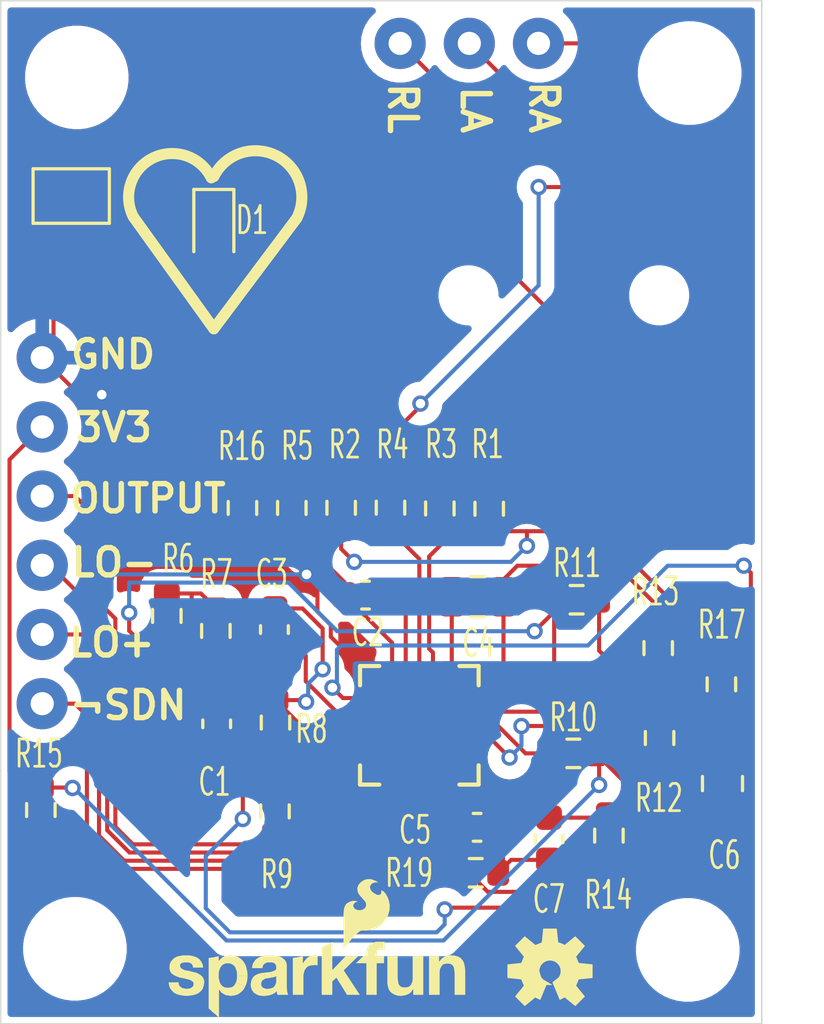
<source format=kicad_pcb>
(kicad_pcb (version 20241229) (generator "pcbnew") (generator_version "9.0")
  (layers (0 "F.Cu" signal) (2 "B.Cu" signal) (13 "F.Paste" user) (15 "B.Paste" user) (5 "F.SilkS" user "F.Silkscreen") (7 "B.SilkS" user "B.Silkscreen") (1 "F.Mask" user) (3 "B.Mask" user) (25 "Edge.Cuts" user))
  (net 0 "")
  (net 1 "/SIGNAL_OUT")
  (net 2 "Net-(C1-Pad1)")
  (net 3 "/RLDFB")
  (net 4 "/RLD")
  (net 5 "/OPAMP+")
  (net 6 "/REFOUT")
  (net 7 "/HPSENSE")
  (net 8 "/HPDRIVE")
  (net 9 "+3V3")
  (net 10 "GND")
  (net 11 "/SW")
  (net 12 "/REFIN")
  (net 13 "Net-(D1-A)")
  (net 14 "Net-(D1-K)")
  (net 15 "/RA")
  (net 16 "/RL")
  (net 17 "/LA")
  (net 18 "/SDN")
  (net 19 "/LO-")
  (net 20 "/LO+")
  (net 21 "Net-(R1-Pad2)")
  (net 22 "/IN+")
  (net 23 "/IN-")
  (net 24 "/IAOUT")
  (net 25 "/OPAMP-")
  (net 26 "Net-(R11-Pad1)")
  (net 27 "/AC")
  (footprint "Capacitor_SMD:C_0805_2012Metric" (layer "F.Cu") (at 147.75 97.99)
    (property "Reference" "C4" (at 0.0251 1.715 0) (layer "F.SilkS") (effects (font (size 1 0.6) (thickness 0.1))))
    (property "Value" "0.33uF" (hide yes))
    (pad "1" smd roundrect (at -0.95 0) (size 1 1.45) (layers "F.Cu" "F.Mask" "F.Paste") (net 8 "/HPDRIVE"))
    (pad "2" smd roundrect (at 0.95 0) (size 1 1.45) (layers "F.Cu" "F.Mask" "F.Paste") (net 7 "/HPSENSE"))
  )
  (footprint "myLibrary:hole" (layer "F.Cu") (at 155.5351 78.765)
    (property "Reference" "H2" (hide yes))
    (property "Value" "MountingHole" (hide yes))
    (pad "" np_thru_hole circle (at 0 0 90) (size 3.302 3.302) (drill 3.302) (layers "*.Cu" "*.Mask"))
  )
  (footprint "Resistor_SMD:R_0603_1608Metric" (layer "F.Cu") (at 151.265 103.74)
    (property "Reference" "R10" (at 0 -1.315 0) (layer "F.SilkS") (effects (font (size 1 0.6) (thickness 0.1) (bold yes))))
    (property "Value" "10M" (hide yes))
    (pad "1" smd roundrect (at -0.825 0) (size 0.8 0.95) (layers "F.Cu" "F.Mask" "F.Paste") (net 12 "/REFIN"))
    (pad "2" smd roundrect (at 0.825 0) (size 0.8 0.95) (layers "F.Cu" "F.Mask" "F.Paste") (net 9 "+3V3"))
  )
  (footprint "Resistor_SMD:R_0603_1608Metric" (layer "F.Cu") (at 140.33 102.61 -90)
    (property "Reference" "R8" (at 0.24 -1.32 0) (layer "F.SilkS") (effects (font (size 1 0.6) (thickness 0.1))))
    (property "Value" "100K" (hide yes))
    (pad "1" smd roundrect (at -0.825 0 270) (size 0.8 0.95) (layers "F.Cu" "F.Mask" "F.Paste") (net 6 "/REFOUT"))
    (pad "2" smd roundrect (at 0.825 0 270) (size 0.8 0.95) (layers "F.Cu" "F.Mask" "F.Paste") (net 25 "/OPAMP-"))
  )
  (footprint "Resistor_SMD:R_0603_1608Metric" (layer "F.Cu") (at 154.38 99.875 -90)
    (property "Reference" "R13" (at -2.075 0.1 180) (layer "F.SilkS") (effects (font (size 1 0.6) (thickness 0.1) (bold yes))))
    (property "Value" "10M" (hide yes))
    (pad "1" smd roundrect (at -0.825 0 270) (size 0.8 0.95) (layers "F.Cu" "F.Mask" "F.Paste") (net 7 "/HPSENSE"))
    (pad "2" smd roundrect (at 0.825 0 270) (size 0.8 0.95) (layers "F.Cu" "F.Mask" "F.Paste") (net 26 "Net-(R11-Pad1)"))
  )
  (footprint "myLibrary:ad8232" (layer "F.Cu") (at 145.61 102.71)
    (property "Reference" "U1" (hide yes))
    (property "Value" "AD8232ACPZ-R7" (hide yes))
    (pad "1" smd rect (at 1.000001 -1.952399) (size 0.2746 0.8048) (layers "F.Cu" "F.Mask" "F.Paste") (net 8 "/HPDRIVE"))
    (pad "2" smd rect (at 0.499999 -1.952399) (size 0.2746 0.8048) (layers "F.Cu" "F.Mask" "F.Paste") (net 22 "/IN+"))
    (pad "3" smd rect (at 0 -1.952399) (size 0.2746 0.8048) (layers "F.Cu" "F.Mask" "F.Paste") (net 23 "/IN-"))
    (pad "4" smd rect (at -0.499999 -1.952399) (size 0.2746 0.8048) (layers "F.Cu" "F.Mask" "F.Paste") (net 3 "/RLDFB"))
    (pad "5" smd rect (at -1.000001 -1.952399) (size 0.2746 0.8048) (layers "F.Cu" "F.Mask" "F.Paste") (net 4 "/RLD"))
    (pad "6" smd rect (at -1.952399 -1.000001 90) (size 0.2746 0.8048) (layers "F.Cu" "F.Mask" "F.Paste") (net 11 "/SW"))
    (pad "7" smd rect (at -1.952399 -0.499999 90) (size 0.2746 0.8048) (layers "F.Cu" "F.Mask" "F.Paste") (net 5 "/OPAMP+"))
    (pad "8" smd rect (at -1.952399 0 90) (size 0.2746 0.8048) (layers "F.Cu" "F.Mask" "F.Paste") (net 6 "/REFOUT"))
    (pad "9" smd rect (at -1.952399 0.499999 90) (size 0.2746 0.8048) (layers "F.Cu" "F.Mask" "F.Paste") (net 25 "/OPAMP-"))
    (pad "10" smd rect (at -1.952399 1.000001 90) (size 0.2746 0.8048) (layers "F.Cu" "F.Mask" "F.Paste") (net 1 "/SIGNAL_OUT"))
    (pad "11" smd rect (at -1.000001 1.952399) (size 0.2746 0.8048) (layers "F.Cu" "F.Mask" "F.Paste") (net 19 "/LO-"))
    (pad "12" smd rect (at -0.499999 1.952399) (size 0.2746 0.8048) (layers "F.Cu" "F.Mask" "F.Paste") (net 20 "/LO+"))
    (pad "13" smd rect (at 0 1.952399) (size 0.2746 0.8048) (layers "F.Cu" "F.Mask" "F.Paste") (net 18 "/SDN"))
    (pad "14" smd rect (at 0.499999 1.952399) (size 0.2746 0.8048) (layers "F.Cu" "F.Mask" "F.Paste") (net 27 "/AC"))
    (pad "15" smd rect (at 1.000001 1.952399) (size 0.2746 0.8048) (layers "F.Cu" "F.Mask" "F.Paste") (net 9 "+3V3"))
    (pad "16" smd rect (at 1.952399 1.000001 90) (size 0.2746 0.8048) (layers "F.Cu" "F.Mask" "F.Paste") (net 10 "GND"))
    (pad "17" smd rect (at 1.952399 0.499999 90) (size 0.2746 0.8048) (layers "F.Cu" "F.Mask" "F.Paste") (net 9 "+3V3"))
    (pad "18" smd rect (at 1.952399 0 90) (size 0.2746 0.8048) (layers "F.Cu" "F.Mask" "F.Paste") (net 12 "/REFIN"))
    (pad "19" smd rect (at 1.952399 -0.499999 90) (size 0.2746 0.8048) (layers "F.Cu" "F.Mask" "F.Paste") (net 24 "/IAOUT"))
    (pad "20" smd rect (at 1.952399 -1.000001 90) (size 0.2746 0.8048) (layers "F.Cu" "F.Mask" "F.Paste") (net 7 "/HPSENSE"))
    (pad "HTAB" smd rect (at 0 0) (size 2.65 2.65) (layers "F.Cu" "F.Mask" "F.Paste") (net 10 "GND"))
  )
  (footprint "LED_SMD:LED_0603_1608Metric" (layer "F.Cu") (at 138.0651 84.5225 -90)
    (property "Reference" "D1" (at -0.3575 -1.4 180) (layer "F.SilkS") (effects (font (size 1 0.6) (thickness 0.1) (bold yes))))
    (property "Value" "LED" (hide yes))
    (pad "1" smd roundrect (at -0.7875 0 270) (size 0.875 0.95) (layers "F.Cu" "F.Mask" "F.Paste") (net 14 "Net-(D1-K)"))
    (pad "2" smd roundrect (at 0.7875 0 270) (size 0.875 0.95) (layers "F.Cu" "F.Mask" "F.Paste") (net 13 "Net-(D1-A)"))
  )
  (footprint "Capacitor_SMD:C_0603_1608Metric" (layer "F.Cu") (at 147.7301 106.455)
    (property "Reference" "C5" (at -2.275 0.1 0) (layer "F.SilkS") (effects (font (size 1 0.6) (thickness 0.1) (bold yes))))
    (property "Value" "0.1uF" (hide yes))
    (pad "1" smd roundrect (at -0.775 0) (size 0.9 0.95) (layers "F.Cu" "F.Mask" "F.Paste") (net 9 "+3V3"))
    (pad "2" smd roundrect (at 0.775 0) (size 0.9 0.95) (layers "F.Cu" "F.Mask" "F.Paste") (net 10 "GND"))
  )
  (footprint "Resistor_SMD:R_0603_1608Metric" (layer "F.Cu") (at 151.385 98.1 180)
    (property "Reference" "R11" (at -0.015 1.34 0) (layer "F.SilkS") (effects (font (size 1 0.6) (thickness 0.1) (bold yes))))
    (property "Value" "10M" (hide yes))
    (pad "1" smd roundrect (at -0.825 0 180) (size 0.8 0.95) (layers "F.Cu" "F.Mask" "F.Paste") (net 26 "Net-(R11-Pad1)"))
    (pad "2" smd roundrect (at 0.825 0 180) (size 0.8 0.95) (layers "F.Cu" "F.Mask" "F.Paste") (net 24 "/IAOUT"))
  )
  (footprint "Resistor_SMD:R_0603_1608Metric" (layer "F.Cu") (at 138.14 99.245 -90)
    (property "Reference" "R7" (at -2.085 -0.02 180) (layer "F.SilkS") (effects (font (size 1 0.6) (thickness 0.1) (bold yes))))
    (property "Value" "1M" (hide yes))
    (pad "1" smd roundrect (at -0.825 0 270) (size 0.8 0.95) (layers "F.Cu" "F.Mask" "F.Paste") (net 2 "Net-(C1-Pad1)"))
    (pad "2" smd roundrect (at 0.825 0 270) (size 0.8 0.95) (layers "F.Cu" "F.Mask" "F.Paste") (net 5 "/OPAMP+"))
  )
  (footprint "myLibrary:6_conn" (layer "F.Cu") (at 131.4351 95.6 -90)
    (property "Reference" "J3" (hide yes))
    (property "Value" "Conn_01x06" (hide yes))
    (pad "1" thru_hole circle (at -6.385 -0.33) (size 1.8796 1.8796) (drill 0.85) (layers "*.Cu" "*.Mask") (net 10 "GND"))
    (pad "2" thru_hole circle (at -3.845 -0.33) (size 1.8796 1.8796) (drill 0.85) (layers "*.Cu" "*.Mask") (net 9 "+3V3"))
    (pad "3" thru_hole circle (at -1.305 -0.33) (size 1.8796 1.8796) (drill 0.85) (layers "*.Cu" "*.Mask") (net 1 "/SIGNAL_OUT"))
    (pad "4" thru_hole circle (at 1.235 -0.33) (size 1.8796 1.8796) (drill 0.85) (layers "*.Cu" "*.Mask") (net 19 "/LO-"))
    (pad "5" thru_hole circle (at 3.775 -0.33) (size 1.8796 1.8796) (drill 0.85) (layers "*.Cu" "*.Mask") (net 20 "/LO+"))
    (pad "6" thru_hole circle (at 6.315 -0.33) (size 1.8796 1.8796) (drill 0.85) (layers "*.Cu" "*.Mask") (net 18 "/SDN"))
  )
  (footprint "Resistor_SMD:R_0603_1608Metric" (layer "F.Cu") (at 139.1166 94.73 -90)
    (property "Reference" "R16" (at -2.265 0.0215 180) (layer "F.SilkS") (effects (font (size 1 0.6) (thickness 0.1) (bold yes))))
    (property "Value" "1K" (hide yes))
    (pad "1" smd roundrect (at -0.825 0 270) (size 0.8 0.95) (layers "F.Cu" "F.Mask" "F.Paste") (net 13 "Net-(D1-A)"))
    (pad "2" smd roundrect (at 0.825 0 270) (size 0.8 0.95) (layers "F.Cu" "F.Mask" "F.Paste") (net 1 "/SIGNAL_OUT"))
  )
  (footprint "Capacitor_SMD:C_0603_1608Metric" (layer "F.Cu") (at 143.635 97.93 180)
    (property "Reference" "C2" (at -0.085 -1.37 0) (layer "F.SilkS") (effects (font (size 1 0.6) (thickness 0.1))))
    (property "Value" "1nF" (hide yes))
    (pad "1" smd roundrect (at -0.775 0 180) (size 0.9 0.95) (layers "F.Cu" "F.Mask" "F.Paste") (net 3 "/RLDFB"))
    (pad "2" smd roundrect (at 0.775 0 180) (size 0.9 0.95) (layers "F.Cu" "F.Mask" "F.Paste") (net 4 "/RLD"))
  )
  (footprint "Resistor_SMD:R_0603_1608Metric" (layer "F.Cu") (at 146.3634 94.75 90)
    (property "Reference" "R3" (at 2.36 0.0466 0) (layer "F.SilkS") (effects (font (size 1 0.6) (thickness 0.1) (bold yes))))
    (property "Value" "R" (hide yes))
    (pad "1" smd roundrect (at -0.825 0 90) (size 0.8 0.95) (layers "F.Cu" "F.Mask" "F.Paste") (net 22 "/IN+"))
    (pad "2" smd roundrect (at 0.825 0 90) (size 0.8 0.95) (layers "F.Cu" "F.Mask" "F.Paste") (net 17 "/LA"))
  )
  (footprint "Capacitor_SMD:C_0805_2012Metric" (layer "F.Cu") (at 156.74 104.85 -90)
    (property "Reference" "C6" (at 2.63 -0.07 180) (layer "F.SilkS") (effects (font (size 1 0.6) (thickness 0.1) (bold yes))))
    (property "Value" "C" (hide yes))
    (pad "1" smd roundrect (at -0.95 0 270) (size 1 1.45) (layers "F.Cu" "F.Mask" "F.Paste") (net 11 "/SW"))
    (pad "2" smd roundrect (at 0.95 0 270) (size 1 1.45) (layers "F.Cu" "F.Mask" "F.Paste") (net 6 "/REFOUT"))
  )
  (footprint "Jumper:SolderJumper-2_P1.3mm_Bridged_Pad1.0x1.5mm" (layer "F.Cu") (at 132.83 83.28)
    (property "Reference" "JP1" (hide yes))
    (property "Value" "SolderJumper_2_Open" (hide yes))
    (fp_poly (pts (xy -0.25 -0.3) (xy 0.25 -0.3) (xy 0.25 0.3) (xy -0.25 0.3)) (fill yes) (layer "F.Cu"))
    (pad "1" smd rect (at -0.65 0) (size 1 1.5) (layers "F.Cu" "F.Mask") (net 10 "GND"))
    (pad "2" smd rect (at 0.65 0) (size 1 1.5) (layers "F.Cu" "F.Mask") (net 14 "Net-(D1-K)"))
  )
  (footprint "Resistor_SMD:R_0603_1608Metric" (layer "F.Cu") (at 131.7151 105.82 -90)
    (property "Reference" "R15" (at -2.065 0.07 0) (layer "F.SilkS") (effects (font (size 1 0.6) (thickness 0.1) (bold yes))))
    (property "Value" "10K" (hide yes))
    (pad "1" smd roundrect (at -0.825 0 270) (size 0.8 0.95) (layers "F.Cu" "F.Mask" "F.Paste") (net 9 "+3V3"))
    (pad "2" smd roundrect (at 0.825 0 270) (size 0.8 0.95) (layers "F.Cu" "F.Mask" "F.Paste") (net 18 "/SDN"))
  )
  (footprint "Resistor_SMD:R_0603_1608Metric" (layer "F.Cu") (at 136.34 98.695 -90)
    (property "Reference" "R6" (at -2.095 -0.42 180) (layer "F.SilkS") (effects (font (size 1 0.6) (thickness 0.1) (bold yes))))
    (property "Value" "1M" (hide yes))
    (pad "1" smd roundrect (at -0.825 0 270) (size 0.8 0.95) (layers "F.Cu" "F.Mask" "F.Paste") (net 2 "Net-(C1-Pad1)"))
    (pad "2" smd roundrect (at 0.825 0 270) (size 0.8 0.95) (layers "F.Cu" "F.Mask" "F.Paste") (net 24 "/IAOUT"))
  )
  (footprint "Resistor_SMD:R_0603_1608Metric" (layer "F.Cu") (at 140.9283 94.73 -90)
    (property "Reference" "R5" (at -2.275 -0.199371 180) (layer "F.SilkS") (effects (font (size 1 0.6) (thickness 0.1) (bold yes))))
    (property "Value" "360K" (hide yes))
    (pad "1" smd roundrect (at -0.825 0 270) (size 0.8 0.95) (layers "F.Cu" "F.Mask" "F.Paste") (net 16 "/RL"))
    (pad "2" smd roundrect (at 0.825 0 270) (size 0.8 0.95) (layers "F.Cu" "F.Mask" "F.Paste") (net 4 "/RLD"))
  )
  (footprint "Resistor_SMD:R_0603_1608Metric" (layer "F.Cu") (at 148.1751 94.76 -90)
    (property "Reference" "R1" (at -2.365 0.06 180) (layer "F.SilkS") (effects (font (size 1 0.6) (thickness 0.1) (bold yes))))
    (property "Value" "10M" (hide yes))
    (pad "1" smd roundrect (at -0.825 0 270) (size 0.8 0.95) (layers "F.Cu" "F.Mask" "F.Paste") (net 17 "/LA"))
    (pad "2" smd roundrect (at 0.825 0 270) (size 0.8 0.95) (layers "F.Cu" "F.Mask" "F.Paste") (net 21 "Net-(R1-Pad2)"))
  )
  (footprint "myLibrary:hole" (layer "F.Cu") (at 133.0351 78.925)
    (property "Reference" "H1" (hide yes))
    (property "Value" "MountingHole" (hide yes))
    (pad "" np_thru_hole circle (at 0 0 90) (size 3.302 3.302) (drill 3.302) (layers "*.Cu" "*.Mask"))
  )
  (footprint "Resistor_SMD:R_0603_1608Metric" (layer "F.Cu") (at 152.57 106.76 -90)
    (property "Reference" "R14" (at 2.18 0.0249 180) (layer "F.SilkS") (effects (font (size 1 0.6) (thickness 0.1) (bold yes))))
    (property "Value" "10M" (hide yes))
    (pad "1" smd roundrect (at -0.825 0 270) (size 0.8 0.95) (layers "F.Cu" "F.Mask" "F.Paste") (net 12 "/REFIN"))
    (pad "2" smd roundrect (at 0.825 0 270) (size 0.8 0.95) (layers "F.Cu" "F.Mask" "F.Paste") (net 10 "GND"))
  )
  (footprint "Capacitor_SMD:C_0603_1608Metric" (layer "F.Cu") (at 138.17 102.655 90)
    (property "Reference" "C1" (at -2.135 -0.08 180) (layer "F.SilkS") (effects (font (size 1 0.6) (thickness 0.1))))
    (property "Value" "1.5nF" (hide yes))
    (pad "1" smd roundrect (at -0.775 0 90) (size 0.9 0.95) (layers "F.Cu" "F.Mask" "F.Paste") (net 2 "Net-(C1-Pad1)"))
    (pad "2" smd roundrect (at 0.775 0 90) (size 0.9 0.95) (layers "F.Cu" "F.Mask" "F.Paste") (net 1 "/SIGNAL_OUT"))
  )
  (footprint "Resistor_SMD:R_0603_1608Metric" (layer "F.Cu") (at 142.74 94.725 90)
    (property "Reference" "R2" (at 2.32 0.134528 0) (layer "F.SilkS") (effects (font (size 1 0.6) (thickness 0.1) (bold yes))))
    (property "Value" "10M" (hide yes))
    (pad "1" smd roundrect (at -0.825 0 90) (size 0.8 0.95) (layers "F.Cu" "F.Mask" "F.Paste") (net 21 "Net-(R1-Pad2)"))
    (pad "2" smd roundrect (at 0.825 0 90) (size 0.8 0.95) (layers "F.Cu" "F.Mask" "F.Paste") (net 15 "/RA"))
  )
  (footprint "Resistor_SMD:R_0603_1608Metric" (layer "F.Cu") (at 156.7 101.205 90)
    (property "Reference" "R17" (at 2.185 0.01 0) (layer "F.SilkS") (effects (font (size 1 0.6) (thickness 0.1) (bold yes))))
    (property "Value" "0" (hide yes))
    (pad "1" smd roundrect (at -0.825 0 90) (size 0.8 0.95) (layers "F.Cu" "F.Mask" "F.Paste") (net 9 "+3V3"))
    (pad "2" smd roundrect (at 0.825 0 90) (size 0.8 0.95) (layers "F.Cu" "F.Mask" "F.Paste") (net 21 "Net-(R1-Pad2)"))
  )
  (footprint "myLibrary:CUI_SJ-3524-SMT-BE" (layer "F.Cu") (at 154.4151 86.925 180)
    (property "Reference" "J2" (hide yes))
    (property "Value" "SJ-3524-SMT-BE" (hide yes))
    (pad "" np_thru_hole circle (at 0 0 180) (size 1.7 1.7) (drill 1.7) (layers "*.Cu" "*.Mask"))
    (pad "" np_thru_hole circle (at 7 0 180) (size 1.7 1.7) (drill 1.7) (layers "*.Cu" "*.Mask"))
    (pad "1" smd rect (at -1.1 3.7 180) (size 2.2 2.8) (layers "F.Cu" "F.Mask" "F.Paste") (net 15 "/RA"))
    (pad "2" smd rect (at 8.3 3.7 180) (size 2.8 2.8) (layers "F.Cu" "F.Mask" "F.Paste") (net 16 "/RL"))
    (pad "3" smd rect (at 0.9 -3.7 180) (size 2.2 2.8) (layers "F.Cu" "F.Mask" "F.Paste") (net 17 "/LA"))
    (pad "4" smd rect (at 12.4 -0.75 180) (size 2.6 2.8) (layers "F.Cu" "F.Mask" "F.Paste"))
  )
  (footprint "myLibrary:logo" (layer "F.Cu") (at 141.5451 112.645)
    (property "Reference" "REF**" (hide yes))
    (property "Value" "logo" (hide yes))
  )
  (footprint "Resistor_SMD:R_0603_1608Metric" (layer "F.Cu") (at 144.5517 94.72 90)
    (property "Reference" "R4" (at 2.315 0.069685 0) (layer "F.SilkS") (effects (font (size 1 0.6) (thickness 0.1) (bold yes))))
    (property "Value" "R" (hide yes))
    (pad "1" smd roundrect (at -0.825 0 90) (size 0.8 0.95) (layers "F.Cu" "F.Mask" "F.Paste") (net 23 "/IN-"))
    (pad "2" smd roundrect (at 0.825 0 90) (size 0.8 0.95) (layers "F.Cu" "F.Mask" "F.Paste") (net 15 "/RA"))
  )
  (footprint "myLibrary:3_conn" (layer "F.Cu") (at 147.4551 78.04)
    (property "Reference" "J1" (hide yes))
    (property "Value" "Conn_01x03" (hide yes))
    (pad "1" thru_hole circle (at -2.55 -0.365 90) (size 1.8796 1.8796) (drill 0.85) (layers "*.Cu" "*.Mask") (net 16 "/RL"))
    (pad "2" thru_hole circle (at -0.01 -0.365 90) (size 1.8796 1.8796) (drill 0.85) (layers "*.Cu" "*.Mask") (net 17 "/LA"))
    (pad "3" thru_hole circle (at 2.53 -0.365 90) (size 1.8796 1.8796) (drill 0.85) (layers "*.Cu" "*.Mask") (net 15 "/RA"))
  )
  (footprint "Resistor_SMD:R_0603_1608Metric" (layer "F.Cu") (at 147.6801 108.125)
    (property "Reference" "R19" (at -2.445 0.01 0) (layer "F.SilkS") (effects (font (size 1 0.6) (thickness 0.1) (bold yes))))
    (property "Value" "0" (hide yes))
    (pad "1" smd roundrect (at -0.825 0) (size 0.8 0.95) (layers "F.Cu" "F.Mask" "F.Paste") (net 27 "/AC"))
    (pad "2" smd roundrect (at 0.825 0) (size 0.8 0.95) (layers "F.Cu" "F.Mask" "F.Paste") (net 10 "GND"))
  )
  (footprint "Resistor_SMD:R_0603_1608Metric" (layer "F.Cu") (at 154.43 103.175 90)
    (property "Reference" "R12" (at -2.21 -0.0249 180) (layer "F.SilkS") (effects (font (size 1 0.6) (thickness 0.1) (bold yes))))
    (property "Value" "1.4M" (hide yes))
    (pad "1" smd roundrect (at -0.825 0 90) (size 0.8 0.95) (layers "F.Cu" "F.Mask" "F.Paste") (net 11 "/SW"))
    (pad "2" smd roundrect (at 0.825 0 90) (size 0.8 0.95) (layers "F.Cu" "F.Mask" "F.Paste") (net 26 "Net-(R11-Pad1)"))
  )
  (footprint "Resistor_SMD:R_0603_1608Metric" (layer "F.Cu") (at 140.31 105.87 -90)
    (property "Reference" "R9" (at 2.315 -0.07 180) (layer "F.SilkS") (effects (font (size 1 0.6) (thickness 0.1))))
    (property "Value" "1M" (hide yes))
    (pad "1" smd roundrect (at -0.825 0 270) (size 0.8 0.95) (layers "F.Cu" "F.Mask" "F.Paste") (net 25 "/OPAMP-"))
    (pad "2" smd roundrect (at 0.825 0 270) (size 0.8 0.95) (layers "F.Cu" "F.Mask" "F.Paste") (net 1 "/SIGNAL_OUT"))
  )
  (footprint "myLibrary:hole" (layer "F.Cu") (at 132.9651 110.915)
    (property "Reference" "H3" (hide yes))
    (property "Value" "MountingHole" (hide yes))
    (pad "" np_thru_hole circle (at 0 0 90) (size 3.302 3.302) (drill 3.302) (layers "*.Cu" "*.Mask"))
  )
  (footprint "myLibrary:hole" (layer "F.Cu") (at 155.4651 110.955)
    (property "Reference" "H4" (hide yes))
    (property "Value" "MountingHole" (hide yes))
    (pad "" np_thru_hole circle (at 0 0 90) (size 3.302 3.302) (drill 3.302) (layers "*.Cu" "*.Mask"))
  )
  (footprint "Capacitor_SMD:C_0603_1608Metric" (layer "F.Cu") (at 140.29 99.195 90)
    (property "Reference" "C3" (at 2.045 -0.1 180) (layer "F.SilkS") (effects (font (size 1 0.6) (thickness 0.1))))
    (property "Value" "10nF" (hide yes))
    (pad "1" smd roundrect (at -0.775 0 90) (size 0.9 0.95) (layers "F.Cu" "F.Mask" "F.Paste") (net 5 "/OPAMP+"))
    (pad "2" smd roundrect (at 0.775 0 90) (size 0.9 0.95) (layers "F.Cu" "F.Mask" "F.Paste") (net 6 "/REFOUT"))
  )
  (footprint "Capacitor_SMD:C_0603_1608Metric" (layer "F.Cu") (at 150.37 106.875 -90)
    (property "Reference" "C7" (at 2.22 0.0049 180) (layer "F.SilkS") (effects (font (size 1 0.6) (thickness 0.1) (bold yes))))
    (property "Value" "0.1uF" (hide yes))
    (pad "1" smd roundrect (at -0.775 0 270) (size 0.9 0.95) (layers "F.Cu" "F.Mask" "F.Paste") (net 12 "/REFIN"))
    (pad "2" smd roundrect (at 0.775 0 270) (size 0.9 0.95) (layers "F.Cu" "F.Mask" "F.Paste") (net 10 "GND"))
  )
  (gr_arc (start 135.110207 84.042446) (mid 135.825654 81.896107) (end 137.971993 82.611554) (stroke (width 0.4064)) (layer "F.SilkS"))
  (gr_line (start 135.110207 84.042446) (end 138.0651 88.153) (stroke (width 0.4064)) (layer "F.SilkS"))
  (gr_arc (start 138.0651 82.565) (mid 140.35111 81.80303) (end 141.1131 84.089) (stroke (width 0.4064)) (layer "F.SilkS"))
  (gr_line (start 138.0651 88.153) (end 141.1131 84.089) (stroke (width 0.4064)) (layer "F.SilkS"))
  (gr_rect (start 130.24 76.107601) (end 158.18 113.667601) (stroke (width 0.05)) (fill no) (layer "Edge.Cuts"))
  (gr_text "RA\n" (at 149.6 78.96 270) (layer "F.SilkS") (effects (font (size 1 1) (thickness 0.2) (bold yes)) (justify left bottom)))
  (gr_text "OUTPUT\n" (at 132.68 94.97 0) (layer "F.SilkS") (effects (font (size 1 1) (thickness 0.2) (bold yes)) (justify left bottom)))
  (gr_text "3V3" (at 132.88 92.36 0) (layer "F.SilkS") (effects (font (size 1 1) (thickness 0.2) (bold yes)) (justify left bottom)))
  (gr_text "RL\n" (at 144.42 79.03 270) (layer "F.SilkS") (effects (font (size 1 1) (thickness 0.2) (bold yes)) (justify left bottom)))
  (gr_text "¬SDN \n" (at 132.67 102.56 0) (layer "F.SilkS") (effects (font (size 1 1) (thickness 0.2) (bold yes)) (justify left bottom)))
  (gr_text "LA\n" (at 147.09 79.15 270) (layer "F.SilkS") (effects (font (size 1 1) (thickness 0.2) (bold yes)) (justify left bottom)))
  (gr_text "LO+\n" (at 132.64 100.26 0) (layer "F.SilkS") (effects (font (size 1 1) (thickness 0.2) (bold yes)) (justify left bottom)))
  (gr_text "GND" (at 132.71 89.68 0) (layer "F.SilkS") (effects (font (size 1 1) (thickness 0.2) (bold yes)) (justify left bottom)))
  (gr_text "LO-\n" (at 132.73 97.32 0) (layer "F.SilkS") (effects (font (size 1 1) (thickness 0.2) (bold yes)) (justify left bottom)))
  (segment (start 139.925 107.08) (end 135.094264 107.08) (width 0.15) (layer "F.Cu") (net 1))
  (segment (start 140.31 106.695) (end 142.645 106.695) (width 0.15) (layer "F.Cu") (net 1))
  (segment (start 132.965 94.295) (end 131.7651 94.295) (width 0.15) (layer "F.Cu") (net 1))
  (segment (start 140.31 106.695) (end 139.925 107.08) (width 0.15) (layer "F.Cu") (net 1))
  (segment (start 143.657601 105.682399) (end 143.657601 103.710001) (width 0.15) (layer "F.Cu") (net 1))
  (segment (start 133.93 98.275736) (end 133.93 95.555) (width 0.15) (layer "F.Cu") (net 1))
  (segment (start 134.45 106.435736) (end 134.45 99.6) (width 0.15) (layer "F.Cu") (net 1))
  (segment (start 135.094264 107.08) (end 134.45 106.435736) (width 0.15) (layer "F.Cu") (net 1))
  (segment (start 142.645 106.695) (end 143.657601 105.682399) (width 0.15) (layer "F.Cu") (net 1))
  (segment (start 133.93 95.26) (end 132.965 94.295) (width 0.15) (layer "F.Cu") (net 1))
  (segment (start 134.45 99.6) (end 136.73 101.88) (width 0.15) (layer "F.Cu") (net 1))
  (segment (start 134.45 99.6) (end 134.45 98.795736) (width 0.15) (layer "F.Cu") (net 1))
  (segment (start 134.45 98.795736) (end 133.93 98.275736) (width 0.15) (layer "F.Cu") (net 1))
  (segment (start 139.1166 95.555) (end 133.93 95.555) (width 0.15) (layer "F.Cu") (net 1))
  (segment (start 136.73 101.88) (end 138.17 101.88) (width 0.15) (layer "F.Cu") (net 1))
  (segment (start 133.93 95.555) (end 133.93 95.26) (width 0.15) (layer "F.Cu") (net 1))
  (segment (start 138.87 101.46237) (end 138.10763 100.7) (width 0.15) (layer "F.Cu") (net 2))
  (segment (start 137.25 97.87) (end 137.59 97.87) (width 0.15) (layer "F.Cu") (net 2))
  (segment (start 136.34 97.87) (end 137.25 97.87) (width 0.15) (layer "F.Cu") (net 2))
  (segment (start 138.17 103.43) (end 138.87 102.73) (width 0.15) (layer "F.Cu") (net 2))
  (segment (start 138.10763 100.7) (end 137.56 100.7) (width 0.15) (layer "F.Cu") (net 2))
  (segment (start 138.87 102.73) (end 138.87 101.46237) (width 0.15) (layer "F.Cu") (net 2))
  (segment (start 137.25 100.39) (end 137.25 97.87) (width 0.15) (layer "F.Cu") (net 2))
  (segment (start 137.59 97.87) (end 138.14 98.42) (width 0.15) (layer "F.Cu") (net 2))
  (segment (start 137.56 100.7) (end 137.25 100.39) (width 0.15) (layer "F.Cu") (net 2))
  (segment (start 145.110001 98.630001) (end 145.110001 100.757601) (width 0.15) (layer "F.Cu") (net 3))
  (segment (start 144.41 97.93) (end 145.110001 98.630001) (width 0.15) (layer "F.Cu") (net 3))
  (segment (start 142.86 97.455) (end 142.86 97.93) (width 0.15) (layer "F.Cu") (net 4))
  (segment (start 141.985 96.58) (end 142.86 97.455) (width 0.15) (layer "F.Cu") (net 4))
  (segment (start 140.9283 95.555) (end 140.9283 96.2083) (width 0.15) (layer "F.Cu") (net 4))
  (segment (start 141.3 96.58) (end 141.985 96.58) (width 0.15) (layer "F.Cu") (net 4))
  (segment (start 142.86 97.93) (end 144.585 99.655) (width 0.15) (layer "F.Cu") (net 4))
  (segment (start 144.609999 99.679999) (end 144.585 99.655) (width 0.15) (layer "F.Cu") (net 4))
  (segment (start 144.609999 100.757601) (end 144.609999 99.679999) (width 0.15) (layer "F.Cu") (net 4))
  (segment (start 140.9283 96.2083) (end 141.3 96.58) (width 0.15) (layer "F.Cu") (net 4))
  (segment (start 141.25 99.97) (end 141.44 100.16) (width 0.15) (layer "F.Cu") (net 5))
  (segment (start 140.29 99.97) (end 141.25 99.97) (width 0.15) (layer "F.Cu") (net 5))
  (segment (start 141.44 101.09) (end 142.560001 102.210001) (width 0.15) (layer "F.Cu") (net 5))
  (segment (start 141.44 100.16) (end 141.44 101.09) (width 0.15) (layer "F.Cu") (net 5))
  (segment (start 138.14 100.07) (end 140.19 100.07) (width 0.15) (layer "F.Cu") (net 5))
  (segment (start 142.560001 102.210001) (end 143.657601 102.210001) (width 0.15) (layer "F.Cu") (net 5))
  (segment (start 153.91 106.8) (end 154.91 105.8) (width 0.15) (layer "F.Cu") (net 6))
  (segment (start 139.13 102.985) (end 139.13 106.15) (width 0.15) (layer "F.Cu") (net 6))
  (segment (start 141.453768 101.846232) (end 141.392536 101.785) (width 0.15) (layer "F.Cu") (net 6))
  (segment (start 140.33 101.785) (end 139.13 102.985) (width 0.15) (layer "F.Cu") (net 6))
  (segment (start 141.32 98.42) (end 141.4 98.5) (width 0.15) (layer "F.Cu") (net 6))
  (segment (start 141.4 98.5) (end 142.06 99.16) (width 0.15) (layer "F.Cu") (net 6))
  (segment (start 146.606232 109.403768) (end 152.906232 109.403768) (width 0.15) (layer "F.Cu") (net 6))
  (segment (start 153.91 108.4) (end 153.91 106.8) (width 0.15) (layer "F.Cu") (net 6))
  (segment (start 146.54 109.47) (end 146.606232 109.403768) (width 0.15) (layer "F.Cu") (net 6))
  (segment (start 140.33 101.785) (end 141.255 102.71) (width 0.15) (layer "F.Cu") (net 6))
  (segment (start 154.91 105.8) (end 156.74 105.8) (width 0.15) (layer "F.Cu") (net 6))
  (segment (start 141.392536 101.785) (end 140.33 101.785) (width 0.15) (layer "F.Cu") (net 6))
  (segment (start 140.29 98.42) (end 141.32 98.42) (width 0.15) (layer "F.Cu") (net 6))
  (segment (start 141.255 102.71) (end 143.657601 102.71) (width 0.15) (layer "F.Cu") (net 6))
  (segment (start 152.906232 109.403768) (end 153.91 108.4) (width 0.15) (layer "F.Cu") (net 6))
  (segment (start 142.06 99.16) (end 142.06 100.65) (width 0.15) (layer "F.Cu") (net 6))
  (via (at 142.06 100.65) (size 0.6) (drill 0.35) (layers "F.Cu" "B.Cu") (net 6))
  (via (at 139.13 106.15) (size 0.6) (drill 0.35) (layers "F.Cu" "B.Cu") (net 6))
  (via (at 141.453768 101.846232) (size 0.6) (drill 0.35) (layers "F.Cu" "B.Cu") (net 6))
  (via (at 146.54 109.47) (size 0.6) (drill 0.35) (layers "F.Cu" "B.Cu") (net 6))
  (segment (start 141.53 101.18) (end 142.06 100.65) (width 0.15) (layer "B.Cu") (net 6))
  (segment (start 146.54 109.47) (end 146.54 110.02) (width 0.15) (layer "B.Cu") (net 6))
  (segment (start 141.53 101.77) (end 141.53 101.18) (width 0.15) (layer "B.Cu") (net 6))
  (segment (start 138.654264 110.31) (end 137.77 109.425736) (width 0.15) (layer "B.Cu") (net 6))
  (segment (start 146.54 110.02) (end 146.25 110.31) (width 0.15) (layer "B.Cu") (net 6))
  (segment (start 141.453768 101.846232) (end 141.53 101.77) (width 0.15) (layer "B.Cu") (net 6))
  (segment (start 137.77 107.51) (end 139.13 106.15) (width 0.15) (layer "B.Cu") (net 6))
  (segment (start 137.77 109.425736) (end 137.77 107.51) (width 0.15) (layer "B.Cu") (net 6))
  (segment (start 146.25 110.31) (end 138.654264 110.31) (width 0.15) (layer "B.Cu") (net 6))
  (segment (start 148.7 97.36) (end 148.7 97.99) (width 0.15) (layer "F.Cu") (net 7))
  (segment (start 149.21 96.85) (end 148.7 97.36) (width 0.15) (layer "F.Cu") (net 7))
  (segment (start 148.460001 101.709999) (end 147.562399 101.709999) (width 0.15) (layer "F.Cu") (net 7))
  (segment (start 148.7 101.47) (end 148.460001 101.709999) (width 0.15) (layer "F.Cu") (net 7))
  (segment (start 152.87 96.85) (end 149.21 96.85) (width 0.15) (layer "F.Cu") (net 7))
  (segment (start 154.38 98.36) (end 152.87 96.85) (width 0.15) (layer "F.Cu") (net 7))
  (segment (start 154.38 99.05) (end 154.38 98.36) (width 0.15) (layer "F.Cu") (net 7))
  (segment (start 148.7 97.99) (end 148.7 101.47) (width 0.15) (layer "F.Cu") (net 7))
  (segment (start 146.8 97.99) (end 146.8 100.567602) (width 0.15) (layer "F.Cu") (net 8))
  (segment (start 146.8 100.567602) (end 146.610001 100.757601) (width 0.15) (layer "F.Cu") (net 8))
  (segment (start 131.7651 91.755) (end 130.565 92.9551) (width 0.15) (layer "F.Cu") (net 9))
  (segment (start 146.9551 106.455) (end 146.9551 105.007498) (width 0.15) (layer "F.Cu") (net 9))
  (segment (start 152.855 108.825) (end 148.123518 108.825) (width 0.15) (layer "F.Cu") (net 9))
  (segment (start 147.57 107.0699) (end 146.9551 106.455) (width 0.15) (layer "F.Cu") (net 9))
  (segment (start 152.09 103.74) (end 152.455 103.375) (width 0.15) (layer "F.Cu") (net 9))
  (segment (start 148.123518 108.825) (end 147.57 108.271482) (width 0.15) (layer "F.Cu") (net 9))
  (segment (start 152.455 103.375) (end 155.355 103.375) (width 0.15) (layer "F.Cu") (net 9))
  (segment (start 148.921037 103.893501) (end 148.237535 103.209999) (width 0.15) (layer "F.Cu") (net 9))
  (segment (start 132.865 104.995) (end 131.7151 104.995) (width 0.15) (layer "F.Cu") (net 9))
  (segment (start 155.355 103.375) (end 156.7 102.03) (width 0.15) (layer "F.Cu") (net 9))
  (segment (start 146.9551 105.007498) (end 146.610001 104.662399) (width 0.15) (layer "F.Cu") (net 9))
  (segment (start 132.88 105.01) (end 132.865 104.995) (width 0.15) (layer "F.Cu") (net 9))
  (segment (start 151.085001 102.735001) (end 149.36 102.735001) (width 0.15) (layer "F.Cu") (net 9))
  (segment (start 130.565 104.415) (end 131.145 104.995) (width 0.15) (layer "F.Cu") (net 9))
  (segment (start 152.09 103.74) (end 153.57 105.22) (width 0.15) (layer "F.Cu") (net 9))
  (segment (start 153.57 108.11) (end 152.855 108.825) (width 0.15) (layer "F.Cu") (net 9))
  (segment (start 148.237535 103.209999) (end 147.562399 103.209999) (width 0.15) (layer "F.Cu") (net 9))
  (segment (start 152.21 104.9) (end 152.21 103.86) (width 0.15) (layer "F.Cu") (net 9))
  (segment (start 147.57 108.271482) (end 147.57 107.0699) (width 0.15) (layer "F.Cu") (net 9))
  (segment (start 152.21 103.86) (end 152.09 103.74) (width 0.15) (layer "F.Cu") (net 9))
  (segment (start 153.57 105.22) (end 153.57 108.11) (width 0.15) (layer "F.Cu") (net 9))
  (segment (start 152.09 103.74) (end 151.085001 102.735001) (width 0.15) (layer "F.Cu") (net 9))
  (segment (start 130.565 92.9551) (end 130.565 104.415) (width 0.15) (layer "F.Cu") (net 9))
  (segment (start 131.145 104.995) (end 131.7151 104.995) (width 0.15) (layer "F.Cu") (net 9))
  (via (at 152.21 104.9) (size 0.6) (drill 0.35) (layers "F.Cu" "B.Cu") (net 9))
  (via (at 132.88 105.01) (size 0.6) (drill 0.35) (layers "F.Cu" "B.Cu") (net 9))
  (via (at 148.921037 103.893501) (size 0.6) (drill 0.35) (layers "F.Cu" "B.Cu") (net 9))
  (via (at 149.36 102.735001) (size 0.6) (drill 0.35) (layers "F.Cu" "B.Cu") (net 9))
  (segment (start 149.36 102.735001) (end 149.36 103.454538) (width 0.15) (layer "B.Cu") (net 9))
  (segment (start 146.5 110.61) (end 152.21 104.9) (width 0.15) (layer "B.Cu") (net 9))
  (segment (start 132.88 105.01) (end 132.93 105.01) (width 0.15) (layer "B.Cu") (net 9))
  (segment (start 149.36 103.454538) (end 148.921037 103.893501) (width 0.15) (layer "B.Cu") (net 9))
  (segment (start 132.93 105.01) (end 138.53 110.61) (width 0.15) (layer "B.Cu") (net 9))
  (segment (start 138.53 110.61) (end 146.5 110.61) (width 0.15) (layer "B.Cu") (net 9))
  (segment (start 147.562399 105.062399) (end 147.99 105.49) (width 0.15) (layer "F.Cu") (net 10))
  (segment (start 150.43 107.59) (end 150.37 107.65) (width 0.15) (layer "F.Cu") (net 10))
  (segment (start 148.42 105.49) (end 148.5051 105.5751) (width 0.15) (layer "F.Cu") (net 10))
  (segment (start 152.3 108.41) (end 152.52 108.19) (width 0.15) (layer "F.Cu") (net 10))
  (segment (start 141.87 98.54) (end 141.87 97.57) (width 0.15) (layer "F.Cu") (net 10))
  (segment (start 146.610001 103.710001) (end 145.61 102.71) (width 0.15) (layer "F.Cu") (net 10))
  (segment (start 145.61 102.71) (end 142.36 99.46) (width 0.15) (layer "F.Cu") (net 10))
  (segment (start 132.18 83.28) (end 132.18 88.8001) (width 0.15) (layer "F.Cu") (net 10))
  (segment (start 147.562399 103.710001) (end 147.562399 105.062399) (width 0.15) (layer "F.Cu") (net 10))
  (segment (start 133.95 90.57) (end 133.1201 90.57) (width 0.15) (layer "F.Cu") (net 10))
  (segment (start 148.5051 105.5751) (end 148.5051 106.455) (width 0.15) (layer "F.Cu") (net 10))
  (segment (start 151.13 108.41) (end 152.3 108.41) (width 0.15) (layer "F.Cu") (net 10))
  (segment (start 148.9801 107.65) (end 148.5051 108.125) (width 0.15) (layer "F.Cu") (net 10))
  (segment (start 132.18 88.8001) (end 131.7651 89.215) (width 0.15) (layer "F.Cu") (net 10))
  (segment (start 142.36 99.03) (end 141.87 98.54) (width 0.15) (layer "F.Cu") (net 10))
  (segment (start 147.99 105.49) (end 148.42 105.49) (width 0.15) (layer "F.Cu") (net 10))
  (segment (start 150.37 107.65) (end 148.9801 107.65) (width 0.15) (layer "F.Cu") (net 10))
  (segment (start 150.37 107.65) (end 151.13 108.41) (width 0.15) (layer "F.Cu") (net 10))
  (segment (start 141.87 97.57) (end 141.47 97.17) (width 0.15) (layer "F.Cu") (net 10))
  (segment (start 133.1201 90.57) (end 131.7651 89.215) (width 0.15) (layer "F.Cu") (net 10))
  (segment (start 142.36 99.46) (end 142.36 99.03) (width 0.15) (layer "F.Cu") (net 10))
  (segment (start 147.562399 103.710001) (end 146.610001 103.710001) (width 0.15) (layer "F.Cu") (net 10))
  (segment (start 148.5051 108.125) (end 148.5051 106.455) (width 0.15) (layer "F.Cu") (net 10))
  (segment (start 152.52 108.19) (end 152.52 107.59) (width 0.15) (layer "F.Cu") (net 10))
  (via (at 141.47 97.17) (size 0.6) (drill 0.35) (layers "F.Cu" "B.Cu") (net 10))
  (via (at 133.95 90.57) (size 0.6) (drill 0.35) (layers "F.Cu" "B.Cu") (net 10))
  (segment (start 133.95 90.57) (end 133.92 90.6) (width 0.15) (layer "B.Cu") (net 10))
  (segment (start 133.92 96.63) (end 134.46 97.17) (width 0.15) (layer "B.Cu") (net 10))
  (segment (start 133.92 90.6) (end 133.92 96.63) (width 0.15) (layer "B.Cu") (net 10))
  (segment (start 134.46 97.17) (end 141.47 97.17) (width 0.15) (layer "B.Cu") (net 10))
  (segment (start 143.657601 101.709999) (end 142.802463 101.709999) (width 0.15) (layer "F.Cu") (net 11))
  (segment (start 154.43 104) (end 156.64 104) (width 0.15) (layer "F.Cu") (net 11))
  (segment (start 157.78 97.11) (end 157.52 96.85) (width 0.15) (layer "F.Cu") (net 11))
  (segment (start 156.74 103.9) (end 157.78 102.86) (width 0.15) (layer "F.Cu") (net 11))
  (segment (start 157.78 102.86) (end 157.78 97.11) (width 0.15) (layer "F.Cu") (net 11))
  (segment (start 142.802463 101.709999) (end 142.421232 101.328768) (width 0.15) (layer "F.Cu") (net 11))
  (segment (start 156.64 104) (end 156.74 103.9) (width 0.15) (layer "F.Cu") (net 11))
  (via (at 157.52 96.85) (size 0.6) (drill 0.35) (layers "F.Cu" "B.Cu") (net 11))
  (via (at 142.421232 101.328768) (size 0.6) (drill 0.35) (layers "F.Cu" "B.Cu") (net 11))
  (segment (start 151.8 99.78) (end 154.73 96.85) (width 0.15) (layer "B.Cu") (net 11))
  (segment (start 142.585 99.935) (end 142.74 99.78) (width 0.15) (layer "B.Cu") (net 11))
  (segment (start 142.585 101.165) (end 142.585 99.935) (width 0.15) (layer "B.Cu") (net 11))
  (segment (start 142.421232 101.328768) (end 142.585 101.165) (width 0.15) (layer "B.Cu") (net 11))
  (segment (start 142.74 99.78) (end 151.8 99.78) (width 0.15) (layer "B.Cu") (net 11))
  (segment (start 154.73 96.85) (end 157.52 96.85) (width 0.15) (layer "B.Cu") (net 11))
  (segment (start 150.44 103.74) (end 149.51 103.74) (width 0.15) (layer "F.Cu") (net 12))
  (segment (start 149.51 103.74) (end 148.48 102.71) (width 0.15) (layer "F.Cu") (net 12))
  (segment (start 150.44 106.03) (end 150.37 106.1) (width 0.15) (layer "F.Cu") (net 12))
  (segment (start 152.36 106.1) (end 152.52 105.94) (width 0.15) (layer "F.Cu") (net 12))
  (segment (start 148.48 102.71) (end 147.562399 102.71) (width 0.15) (layer "F.Cu") (net 12))
  (segment (start 150.44 103.74) (end 150.44 106.03) (width 0.15) (layer "F.Cu") (net 12))
  (segment (start 150.37 106.1) (end 152.36 106.1) (width 0.15) (layer "F.Cu") (net 12))
  (segment (start 138.0651 92.8535) (end 139.1166 93.905) (width 0.15) (layer "F.Cu") (net 13))
  (segment (start 138.0651 85.31) (end 138.0651 92.8535) (width 0.15) (layer "F.Cu") (net 13))
  (segment (start 133.48 83.28) (end 137.6101 83.28) (width 0.15) (layer "F.Cu") (net 14))
  (segment (start 137.6101 83.28) (end 138.0651 83.735) (width 0.15) (layer "F.Cu") (net 14))
  (segment (start 149.99 82.95) (end 151.71 82.95) (width 0.15) (layer "F.Cu") (net 15))
  (segment (start 142.74 93.9) (end 145.65 90.99) (width 0.15) (layer "F.Cu") (net 15))
  (segment (start 144.5517 93.895) (end 142.745 93.895) (width 0.15) (layer "F.Cu") (net 15))
  (segment (start 151.645 77.675) (end 152.31 78.34) (width 0.15) (layer "F.Cu") (net 15))
  (segment (start 151.99 82.67) (end 151.99 81.68) (width 0.15) (layer "F.Cu") (net 15))
  (segment (start 153.7301 81.44) (end 155.5151 83.225) (width 0.15) (layer "F.Cu") (net 15))
  (segment (start 152.31 78.34) (end 152.31 81.36) (width 0.15) (layer "F.Cu") (net 15))
  (segment (start 142.745 93.895) (end 142.74 93.9) (width 0.15) (layer "F.Cu") (net 15))
  (segment (start 149.9851 77.675) (end 151.645 77.675) (width 0.15) (layer "F.Cu") (net 15))
  (segment (start 152.23 81.44) (end 153.7301 81.44) (width 0.15) (layer "F.Cu") (net 15))
  (segment (start 151.71 82.95) (end 151.99 82.67) (width 0.15) (layer "F.Cu") (net 15))
  (segment (start 145.65 90.99) (end 145.65 90.9) (width 0.15) (layer "F.Cu") (net 15))
  (segment (start 151.99 81.68) (end 152.23 81.44) (width 0.15) (layer "F.Cu") (net 15))
  (via (at 149.99 82.95) (size 0.6) (drill 0.35) (layers "F.Cu" "B.Cu") (net 15))
  (via (at 145.65 90.9) (size 0.6) (drill 0.35) (layers "F.Cu" "B.Cu") (net 15))
  (segment (start 145.65 90.9) (end 149.99 86.56) (width 0.15) (layer "B.Cu") (net 15))
  (segment (start 149.99 86.56) (end 149.99 82.95) (width 0.15) (layer "B.Cu") (net 15))
  (segment (start 146.1151 78.885) (end 144.9051 77.675) (width 0.15) (layer "F.Cu") (net 16))
  (segment (start 140.9283 93.905) (end 146.13 88.7033) (width 0.15) (layer "F.Cu") (net 16))
  (segment (start 146.13 83.2399) (end 146.1151 83.225) (width 0.15) (layer "F.Cu") (net 16))
  (segment (start 146.13 88.7033) (end 146.13 83.2399) (width 0.15) (layer "F.Cu") (net 16))
  (segment (start 146.1151 83.225) (end 146.1151 78.885) (width 0.15) (layer "F.Cu") (net 16))
  (segment (start 153.5151 90.625) (end 148.67 85.7799) (width 0.15) (layer "F.Cu") (net 17))
  (segment (start 148.67 78.8999) (end 147.4451 77.675) (width 0.15) (layer "F.Cu") (net 17))
  (segment (start 148.1751 93.935) (end 148.1751 91.8949) (width 0.15) (layer "F.Cu") (net 17))
  (segment (start 148.1651 93.925) (end 148.1751 93.935) (width 0.15) (layer "F.Cu") (net 17))
  (segment (start 148.1751 91.8949) (end 149.445 90.625) (width 0.15) (layer "F.Cu") (net 17))
  (segment (start 149.445 90.625) (end 153.5151 90.625) (width 0.15) (layer "F.Cu") (net 17))
  (segment (start 146.3634 93.925) (end 148.1651 93.925) (width 0.15) (layer "F.Cu") (net 17))
  (segment (start 148.67 85.7799) (end 148.67 78.8999) (width 0.15) (layer "F.Cu") (net 17))
  (segment (start 132.965 101.915) (end 131.7651 101.915) (width 0.15) (layer "F.Cu") (net 18))
  (segment (start 131.7151 106.645) (end 133.235 106.645) (width 0.15) (layer "F.Cu") (net 18))
  (segment (start 133.405 102.355) (end 132.965 101.915) (width 0.15) (layer "F.Cu") (net 18))
  (segment (start 133.305 106.645) (end 134.64 107.98) (width 0.15) (layer "F.Cu") (net 18))
  (segment (start 145.61 105.214799) (end 145.61 104.662399) (width 0.15) (layer "F.Cu") (net 18))
  (segment (start 133.235 106.645) (end 133.405 106.475) (width 0.15) (layer "F.Cu") (net 18))
  (segment (start 134.64 107.98) (end 142.844799 107.98) (width 0.15) (layer "F.Cu") (net 18))
  (segment (start 133.405 106.475) (end 133.405 102.355) (width 0.15) (layer "F.Cu") (net 18))
  (segment (start 142.844799 107.98) (end 145.61 105.214799) (width 0.15) (layer "F.Cu") (net 18))
  (segment (start 131.175 101.915) (end 131.7651 101.915) (width 0.15) (layer "F.Cu") (net 18))
  (segment (start 131.7151 106.645) (end 133.305 106.645) (width 0.15) (layer "F.Cu") (net 18))
  (segment (start 134.15 98.92) (end 134.15 106.56) (width 0.15) (layer "F.Cu") (net 19))
  (segment (start 134.15 106.56) (end 134.97 107.38) (width 0.15) (layer "F.Cu") (net 19))
  (segment (start 144.609999 105.290001) (end 144.609999 104.662399) (width 0.15) (layer "F.Cu") (net 19))
  (segment (start 132.065 96.835) (end 134.15 98.92) (width 0.15) (layer "F.Cu") (net 19))
  (segment (start 142.52 107.38) (end 144.609999 105.290001) (width 0.15) (layer "F.Cu") (net 19))
  (segment (start 131.7651 96.835) (end 132.065 96.835) (width 0.15) (layer "F.Cu") (net 19))
  (segment (start 134.97 107.38) (end 142.52 107.38) (width 0.15) (layer "F.Cu") (net 19))
  (segment (start 133.85 106.76) (end 134.77 107.68) (width 0.15) (layer "F.Cu") (net 20))
  (segment (start 134.77 107.68) (end 142.720535 107.68) (width 0.15) (layer "F.Cu") (net 20))
  (segment (start 133.85 99.6) (end 133.85 106.76) (width 0.15) (layer "F.Cu") (net 20))
  (segment (start 142.720535 107.68) (end 145.110001 105.290534) (width 0.15) (layer "F.Cu") (net 20))
  (segment (start 133.625 99.375) (end 133.85 99.6) (width 0.15) (layer "F.Cu") (net 20))
  (segment (start 145.110001 105.290534) (end 145.110001 104.662399) (width 0.15) (layer "F.Cu") (net 20))
  (segment (start 131.7651 99.375) (end 133.625 99.375) (width 0.15) (layer "F.Cu") (net 20))
  (segment (start 156.7 99.98) (end 152.305 95.585) (width 0.15) (layer "F.Cu") (net 21))
  (segment (start 149.56 96.12) (end 149.56 95.585) (width 0.15) (layer "F.Cu") (net 21))
  (segment (start 142.74 95.55) (end 142.74 96.23) (width 0.15) (layer "F.Cu") (net 21))
  (segment (start 149.56 95.585) (end 148.1751 95.585) (width 0.15) (layer "F.Cu") (net 21))
  (segment (start 156.7 100.38) (end 156.7 99.98) (width 0.15) (layer "F.Cu") (net 21))
  (segment (start 152.305 95.585) (end 149.56 95.585) (width 0.15) (layer "F.Cu") (net 21))
  (segment (start 142.74 96.23) (end 143.22 96.71) (width 0.15) (layer "F.Cu") (net 21))
  (via (at 149.56 96.12) (size 0.6) (drill 0.35) (layers "F.Cu" "B.Cu") (net 21))
  (via (at 143.22 96.71) (size 0.6) (drill 0.35) (layers "F.Cu" "B.Cu") (net 21))
  (segment (start 143.22 96.71) (end 148.97 96.71) (width 0.15) (layer "B.Cu") (net 21))
  (segment (start 148.97 96.71) (end 149.56 96.12) (width 0.15) (layer "B.Cu") (net 21))
  (segment (start 146.109999 100.039999) (end 146.109999 100.757601) (width 0.15) (layer "F.Cu") (net 22))
  (segment (start 145.97 99.9) (end 146.109999 100.039999) (width 0.15) (layer "F.Cu") (net 22))
  (segment (start 145.97 96.51) (end 145.97 99.9) (width 0.15) (layer "F.Cu") (net 22))
  (segment (start 146.3634 95.575) (end 146.3634 96.1166) (width 0.15) (layer "F.Cu") (net 22))
  (segment (start 146.3634 96.1166) (end 145.97 96.51) (width 0.15) (layer "F.Cu") (net 22))
  (segment (start 145.61 96.6033) (end 145.61 100.757601) (width 0.15) (layer "F.Cu") (net 23))
  (segment (start 144.5517 95.545) (end 145.61 96.6033) (width 0.15) (layer "F.Cu") (net 23))
  (segment (start 136.34 99.52) (end 135.24 99.52) (width 0.15) (layer "F.Cu") (net 24))
  (segment (start 150.56 98.535) (end 150.56 98.1) (width 0.15) (layer "F.Cu") (net 24))
  (segment (start 150.56 101.78) (end 150.129999 102.210001) (width 0.15) (layer "F.Cu") (net 24))
  (segment (start 150.129999 102.210001) (end 147.562399 102.210001) (width 0.15) (layer "F.Cu") (net 24))
  (segment (start 150.56 98.1) (end 150.56 101.78) (width 0.15) (layer "F.Cu") (net 24))
  (segment (start 135.24 99.52) (end 134.957571 99.237571) (width 0.15) (layer "F.Cu") (net 24))
  (segment (start 149.84 99.255) (end 150.56 98.535) (width 0.15) (layer "F.Cu") (net 24))
  (segment (start 134.957571 99.237571) (end 134.957571 98.577426) (width 0.15) (layer "F.Cu") (net 24))
  (via (at 149.84 99.255) (size 0.6) (drill 0.35) (layers "F.Cu" "B.Cu") (net 24))
  (via (at 134.957571 98.577426) (size 0.6) (drill 0.35) (layers "F.Cu" "B.Cu") (net 24))
  (segment (start 134.957571 97.47) (end 134.957571 98.577426) (width 0.15) (layer "B.Cu") (net 24))
  (segment (start 140.81 97.47) (end 134.957571 97.47) (width 0.15) (layer "B.Cu") (net 24))
  (segment (start 142.595 99.255) (end 140.81 97.47) (width 0.15) (layer "B.Cu") (net 24))
  (segment (start 149.84 99.255) (end 142.595 99.255) (width 0.15) (layer "B.Cu") (net 24))
  (segment (start 141.490001 103.209999) (end 141.29 103.41) (width 0.15) (layer "F.Cu") (net 25))
  (segment (start 141.490001 103.209999) (end 143.657601 103.209999) (width 0.15) (layer "F.Cu") (net 25))
  (segment (start 141.265 103.435) (end 141.490001 103.209999) (width 0.15) (layer "F.Cu") (net 25))
  (segment (start 141.29 103.41) (end 141.29 104.87) (width 0.15) (layer "F.Cu") (net 25))
  (segment (start 141.115 105.045) (end 140.31 105.045) (width 0.15) (layer "F.Cu") (net 25))
  (segment (start 140.33 103.435) (end 141.265 103.435) (width 0.15) (layer "F.Cu") (net 25))
  (segment (start 141.29 104.87) (end 141.115 105.045) (width 0.15) (layer "F.Cu") (net 25))
  (segment (start 152.21 99.97) (end 152.21 98.1) (width 0.15) (layer "F.Cu") (net 26))
  (segment (start 154.38 100.7) (end 154.38 102.3) (width 0.15) (layer "F.Cu") (net 26))
  (segment (start 152.94 100.7) (end 152.21 99.97) (width 0.15) (layer "F.Cu") (net 26))
  (segment (start 154.38 102.3) (end 154.43 102.35) (width 0.15) (layer "F.Cu") (net 26))
  (segment (start 154.38 100.7) (end 152.94 100.7) (width 0.15) (layer "F.Cu") (net 26))
  (segment (start 146.109999 107.379899) (end 146.8551 108.125) (width 0.15) (layer "F.Cu") (net 27))
  (segment (start 146.109999 104.662399) (end 146.109999 107.379899) (width 0.15) (layer "F.Cu") (net 27))
  (zone (net 10) (net_name "GND") (layers "F.Cu" "B.Cu") (connect_pads (clearance 0.5)) (min_thickness 0.25) (fill yes (thermal_gap 0.5) (thermal_bridge_width 0.5))
    (polygon (pts (xy 130.24 76.11) (xy 158.18 76.11) (xy 158.18 113.66) (xy 130.23 113.67)))
  )
)
</source>
